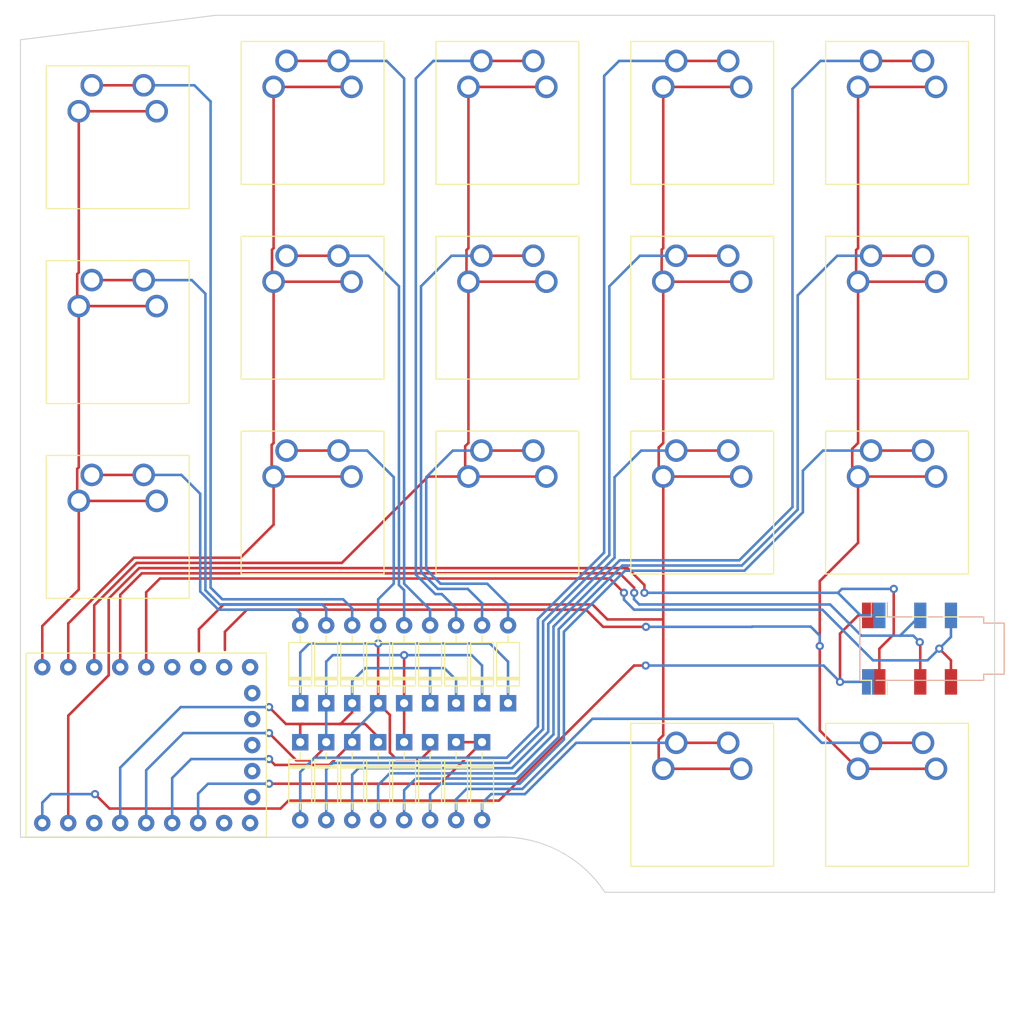
<source format=kicad_pcb>
(kicad_pcb (version 20211014) (generator pcbnew)
  (layers (0 "F.Cu" signal) (31 "B.Cu" signal) (34 "B.Paste" user) (35 "F.Paste" user) (36 "B.SilkS" user "B.Silkscreen") (37 "F.SilkS" user "F.Silkscreen") (38 "B.Mask" user) (39 "F.Mask" user) (44 "Edge.Cuts" user))
  (net 0 "")
  (net 1 "COL0")
  (net 2 "Net-(D1-Pad2)")
  (net 3 "COL1")
  (net 4 "Net-(D2-Pad2)")
  (net 5 "COL2")
  (net 6 "Net-(D3-Pad2)")
  (net 7 "Net-(D4-Pad2)")
  (net 8 "Net-(D5-Pad2)")
  (net 9 "Net-(D6-Pad2)")
  (net 10 "Net-(D7-Pad2)")
  (net 11 "Net-(D8-Pad2)")
  (net 12 "Net-(D9-Pad2)")
  (net 13 "Net-(D10-Pad2)")
  (net 14 "Net-(D11-Pad2)")
  (net 15 "Net-(D12-Pad2)")
  (net 16 "COL3")
  (net 17 "Net-(D13-Pad2)")
  (net 18 "Net-(D14-Pad2)")
  (net 19 "Net-(D15-Pad2)")
  (net 20 "Net-(D16-Pad2)")
  (net 21 "Net-(D17-Pad2)")
  (net 22 "SPI0_TX")
  (net 23 "SPI0_RX")
  (net 24 "+5V")
  (net 25 "Earth")
  (net 26 "ROW0")
  (net 27 "ROW1")
  (net 30 "ROW2")
  (net 31 "ROW3")
  (net 32 "ROW4")
  (footprint "Diode_THT:D_DO-35_SOD27_P7.62mm_Horizontal" (layer "F.Cu") (at 101.981 142.494 -90)
    (fp_text reference "D16" hide)
    (fp_text value "1N4148" hide)
  )
  (footprint "Diode_THT:D_DO-35_SOD27_P7.62mm_Horizontal" (layer "F.Cu") (at 91.821 138.684 90)
    (fp_text reference "D2" hide)
    (fp_text value "1N4148" hide)
  )
  (footprint "Diode_THT:D_DO-35_SOD27_P7.62mm_Horizontal" (layer "F.Cu") (at 99.441 142.494 -90)
    (fp_text reference "D15" hide)
    (fp_text value "1N4148" hide)
  )
  (footprint "moonkey:Cherry_1u_rev" (layer "F.Cu") (at 150.1775 94.9325)
    (fp_text reference "SW15" hide)
    (fp_text value "SW_Push" hide)
  )
  (footprint "Diode_THT:D_DO-35_SOD27_P7.62mm_Horizontal" (layer "F.Cu") (at 104.521 138.684 90)
    (fp_text reference "D7" hide)
    (fp_text value "1N4148" hide)
  )
  (footprint "moonkey:Cherry_1u_rev" (layer "F.Cu") (at 131.1275 113.9825)
    (fp_text reference "SW12" hide)
    (fp_text value "SW_Push" hide)
  )
  (footprint "moonkey:RP2040" (layer "F.Cu") (at 85.96875 151.78 90)
    (fp_text reference "RZ1" hide)
    (fp_text value "RP2040-Zero" hide)
  )
  (footprint "moonkey:Cherry_1u_rev" (layer "F.Cu") (at 93.0275 75.8825)
    (fp_text reference "SW4" hide)
    (fp_text value "SW_Push" hide)
  )
  (footprint "moonkey:Cherry_1u_rev" (layer "F.Cu") (at 131.1275 142.5575)
    (fp_text reference "SW13" hide)
    (fp_text value "SW_Push" hide)
  )
  (footprint "Diode_THT:D_DO-35_SOD27_P7.62mm_Horizontal" (layer "F.Cu") (at 94.361 142.494 -90)
    (fp_text reference "D12" hide)
    (fp_text value "1N4148" hide)
  )
  (footprint "Diode_THT:D_DO-35_SOD27_P7.62mm_Horizontal" (layer "F.Cu") (at 99.441 138.684 90)
    (fp_text reference "D5" hide)
    (fp_text value "1N4148" hide)
  )
  (footprint "Diode_THT:D_DO-35_SOD27_P7.62mm_Horizontal" (layer "F.Cu") (at 89.281 138.684 90)
    (fp_text reference "D3" hide)
    (fp_text value "1N4148" hide)
  )
  (footprint "moonkey:Cherry_1u_rev" (layer "F.Cu") (at 131.1275 94.9325)
    (fp_text reference "SW11" hide)
    (fp_text value "SW_Push" hide)
  )
  (footprint "moonkey:Cherry_1u_rev" (layer "F.Cu") (at 112.0775 113.9825)
    (fp_text reference "SW9" hide)
    (fp_text value "SW_Push" hide)
  )
  (footprint "Diode_THT:D_DO-35_SOD27_P7.62mm_Horizontal" (layer "F.Cu") (at 107.061 138.684 90)
    (fp_text reference "D8" hide)
    (fp_text value "1N4148" hide)
  )
  (footprint "Diode_THT:D_DO-35_SOD27_P7.62mm_Horizontal" (layer "F.Cu") (at 109.601 138.684 90)
    (fp_text reference "D9" hide)
    (fp_text value "1N4148" hide)
  )
  (footprint "moonkey:Cherry_1u_rev" (layer "F.Cu") (at 112.0775 75.8825)
    (fp_text reference "SW7" hide)
    (fp_text value "SW_Push" hide)
  )
  (footprint "Diode_THT:D_DO-35_SOD27_P7.62mm_Horizontal" (layer "F.Cu") (at 94.361 138.684 90)
    (fp_text reference "D1" hide)
    (fp_text value "1N4148" hide)
  )
  (footprint "moonkey:Cherry_1u_rev" (layer "F.Cu") (at 93.0275 94.9325)
    (fp_text reference "SW5" hide)
    (fp_text value "SW_Push" hide)
  )
  (footprint "moonkey:Cherry_1u_rev" (layer "F.Cu") (at 73.9775 116.36375)
    (fp_text reference "SW3" hide)
    (fp_text value "SW_Push" hide)
  )
  (footprint "Diode_THT:D_DO-35_SOD27_P7.62mm_Horizontal" (layer "F.Cu") (at 104.521 142.494 -90)
    (fp_text reference "D17" hide)
    (fp_text value "1N4148" hide)
  )
  (footprint "Diode_THT:D_DO-35_SOD27_P7.62mm_Horizontal" (layer "F.Cu") (at 101.981 138.684 90)
    (fp_text reference "D4" hide)
    (fp_text value "1N4148" hide)
  )
  (footprint "moonkey:Cherry_1u_rev" (layer "F.Cu") (at 93.0275 113.9825)
    (fp_text reference "SW6" hide)
    (fp_text value "SW_Push" hide)
  )
  (footprint "Diode_THT:D_DO-35_SOD27_P7.62mm_Horizontal" (layer "F.Cu") (at 96.901 138.684 90)
    (fp_text reference "D6" hide)
    (fp_text value "1N4148" hide)
  )
  (footprint "moonkey:Cherry_1u_rev" (layer "F.Cu") (at 112.0775 94.9325)
    (fp_text reference "SW8" hide)
    (fp_text value "SW_Push" hide)
  )
  (footprint "moonkey:Cherry_1u_rev" (layer "F.Cu") (at 131.1275 75.8825)
    (fp_text reference "SW10" hide)
    (fp_text value "SW_Push" hide)
  )
  (footprint "moonkey:Cherry_1u_rev" (layer "F.Cu") (at 150.1775 75.8825)
    (fp_text reference "SW14" hide)
    (fp_text value "SW_Push" hide)
  )
  (footprint "moonkey:Cherry_1u_rev" (layer "F.Cu") (at 73.9775 97.31375)
    (fp_text reference "SW2" hide)
    (fp_text value "SW_Push" hide)
  )
  (footprint "Diode_THT:D_DO-35_SOD27_P7.62mm_Horizontal" (layer "F.Cu") (at 96.901 142.494 -90)
    (fp_text reference "D14" hide)
    (fp_text value "1N4148" hide)
  )
  (footprint "moonkey:Cherry_1u_rev" (layer "F.Cu") (at 73.9775 78.26375)
    (fp_text reference "SW1" hide)
    (fp_text value "SW_Push" hide)
  )
  (footprint "Diode_THT:D_DO-35_SOD27_P7.62mm_Horizontal" (layer "F.Cu") (at 89.281 142.494 -90)
    (fp_text reference "D10" hide)
    (fp_text value "1N4148" hide)
  )
  (footprint "Diode_THT:D_DO-35_SOD27_P7.62mm_Horizontal" (layer "F.Cu") (at 91.821 142.494 -90)
    (fp_text reference "D11" hide)
    (fp_text value "1N4148" hide)
  )
  (footprint "moonkey:Cherry_1u_rev" (layer "F.Cu") (at 150.1775 142.5575)
    (fp_text reference "SW17" hide)
    (fp_text value "SW_Push" hide)
  )
  (footprint "moonkey:Cherry_1u_rev" (layer "F.Cu") (at 150.1775 113.9825)
    (fp_text reference "SW16" hide)
    (fp_text value "SW_Push" hide)
  )
  (footprint "Diode_THT:D_DO-35_SOD27_P7.62mm_Horizontal" (layer "F.Cu") (at 107.061 142.494 -90)
    (fp_text reference "D13" hide)
    (fp_text value "1N4148" hide)
  )
  (footprint "moonkey:PJ320D_rev" (layer "B.Cu") (at 149.733 133.35 180)
    (fp_text reference "J1" hide)
    (fp_text value "AudioJack4" hide)
  )
  (gr_line (start 61.9252 151.7904) (end 108.3056 151.7904) (layer "Edge.Cuts") (width 0.1))
  (gr_line (start 157.1752 157.1752) (end 157.1752 71.4248) (layer "Edge.Cuts") (width 0.1))
  (gr_arc (start 108.3056 151.790401) (mid 114.410458 153.042683) (end 119.075199 157.1752) (layer "Edge.Cuts") (width 0.1))
  (gr_line (start 80.9752 71.4248) (end 61.9252 73.8124) (layer "Edge.Cuts") (width 0.1))
  (gr_line (start 157.1752 71.4248) (end 80.9752 71.4248) (layer "Edge.Cuts") (width 0.1))
  (gr_line (start 119.0752 157.1752) (end 157.1752 157.1752) (layer "Edge.Cuts") (width 0.1))
  (gr_line (start 61.9252 73.8124) (end 61.9252 151.7904) (layer "Edge.Cuts") (width 0.1))
  (segment (start 90.17 140.716) (end 93.091 140.716) (width 0.25) (layer "F.Cu") (net 1))
  (segment (start 89.154 140.716) (end 89.535 140.716) (width 0.25) (layer "F.Cu") (net 1))
  (segment (start 96.901 141.986) (end 95.631 140.716) (width 0.25) (layer "F.Cu") (net 1))
  (segment (start 89.281 140.843) (end 89.408 140.716) (width 0.25) (layer "F.Cu") (net 1))
  (segment (start 94.361 139.573) (end 94.361 138.684) (width 0.25) (layer "F.Cu") (net 1))
  (segment (start 89.408 140.716) (end 89.535 140.716) (width 0.25) (layer "F.Cu") (net 1))
  (segment (start 89.281 142.494) (end 89.281 140.843) (width 0.25) (layer "F.Cu") (net 1))
  (segment (start 93.091 140.716) (end 93.218 140.716) (width 0.25) (layer "F.Cu") (net 1))
  (segment (start 95.631 140.716) (end 93.091 140.716) (width 0.25) (layer "F.Cu") (net 1))
  (segment (start 86.233 139.065) (end 87.884 140.716) (width 0.25) (layer "F.Cu") (net 1))
  (segment (start 87.884 140.716) (end 89.154 140.716) (width 0.25) (layer "F.Cu") (net 1))
  (segment (start 96.901 142.494) (end 96.901 141.986) (width 0.25) (layer "F.Cu") (net 1))
  (segment (start 89.535 140.716) (end 90.17 140.716) (width 0.25) (layer "F.Cu") (net 1))
  (segment (start 93.218 140.716) (end 94.361 139.573) (width 0.25) (layer "F.Cu") (net 1))
  (segment (start 89.281 140.843) (end 89.154 140.716) (width 0.25) (layer "F.Cu") (net 1))
  (via (at 86.233 139.065) (size 0.8) (drill 0.4) (layers "F.Cu" "B.Cu") (net 1))
  (segment (start 94.361 136.525) (end 95.631 135.255) (width 0.25) (layer "B.Cu") (net 1))
  (segment (start 94.361 138.684) (end 94.361 136.525) (width 0.25) (layer "B.Cu") (net 1))
  (segment (start 95.631 135.255) (end 101.981 135.255) (width 0.25) (layer "B.Cu") (net 1))
  (segment (start 86.233 139.065) (end 77.597 139.065) (width 0.25) (layer "B.Cu") (net 1))
  (segment (start 103.378 135.255) (end 104.521 136.398) (width 0.25) (layer "B.Cu") (net 1))
  (segment (start 101.981 138.684) (end 101.981 135.255) (width 0.25) (layer "B.Cu") (net 1))
  (segment (start 77.597 139.065) (end 71.67875 144.98325) (width 0.25) (layer "B.Cu") (net 1))
  (segment (start 101.981 135.255) (end 103.378 135.255) (width 0.25) (layer "B.Cu") (net 1))
  (segment (start 104.521 136.398) (end 104.521 138.684) (width 0.25) (layer "B.Cu") (net 1))
  (segment (start 71.67875 144.98325) (end 71.67875 150.4) (width 0.25) (layer "B.Cu") (net 1))
  (segment (start 68.8975 78.26375) (end 73.9775 78.26375) (width 0.25) (layer "F.Cu") (net 2))
  (segment (start 80.518 127.381) (end 80.518 79.85125) (width 0.25) (layer "B.Cu") (net 2))
  (segment (start 78.9305 78.26375) (end 80.518 79.85125) (width 0.25) (layer "B.Cu") (net 2))
  (segment (start 93.472 128.524) (end 94.361 129.413) (width 0.25) (layer "B.Cu") (net 2))
  (segment (start 73.9775 78.26375) (end 78.9305 78.26375) (width 0.25) (layer "B.Cu") (net 2))
  (segment (start 81.661 128.524) (end 93.472 128.524) (width 0.25) (layer "B.Cu") (net 2))
  (segment (start 94.361 129.413) (end 94.361 131.064) (width 0.25) (layer "B.Cu") (net 2))
  (segment (start 81.661 128.524) (end 80.518 127.381) (width 0.25) (layer "B.Cu") (net 2))
  (segment (start 99.441 142.494) (end 99.441 138.684) (width 0.25) (layer "F.Cu") (net 3))
  (segment (start 86.233 141.605) (end 88.9 144.272) (width 0.25) (layer "F.Cu") (net 3))
  (segment (start 90.424 144.272) (end 91.821 142.875) (width 0.25) (layer "F.Cu") (net 3))
  (segment (start 91.821 142.875) (end 91.821 142.494) (width 0.25) (layer "F.Cu") (net 3))
  (segment (start 99.441 138.684) (end 99.441 133.985) (width 0.25) (layer "F.Cu") (net 3))
  (segment (start 88.9 144.272) (end 90.424 144.272) (width 0.25) (layer "F.Cu") (net 3))
  (via (at 86.233 141.605) (size 0.8) (drill 0.4) (layers "F.Cu" "B.Cu") (net 3))
  (via (at 99.441 133.985) (size 0.8) (drill 0.4) (layers "F.Cu" "B.Cu") (net 3))
  (segment (start 91.821 138.684) (end 91.821 134.62) (width 0.25) (layer "B.Cu") (net 3))
  (segment (start 91.821 134.62) (end 92.456 133.985) (width 0.25) (layer "B.Cu") (net 3))
  (segment (start 77.851 141.605) (end 74.21875 145.23725) (width 0.25) (layer "B.Cu") (net 3))
  (segment (start 107.061 135.001) (end 107.061 138.684) (width 0.25) (layer "B.Cu") (net 3))
  (segment (start 74.21875 145.23725) (end 74.21875 150.4) (width 0.25) (layer "B.Cu") (net 3))
  (segment (start 106.045 133.985) (end 107.061 135.001) (width 0.25) (layer "B.Cu") (net 3))
  (segment (start 86.233 141.605) (end 77.851 141.605) (width 0.25) (layer "B.Cu") (net 3))
  (segment (start 92.456 133.985) (end 106.045 133.985) (width 0.25) (layer "B.Cu") (net 3))
  (segment (start 91.821 138.684) (end 91.821 142.494) (width 0.25) (layer "B.Cu") (net 3))
  (segment (start 68.8975 97.31375) (end 73.9775 97.31375) (width 0.25) (layer "F.Cu") (net 4))
  (segment (start 91.821 129.413) (end 91.44 129.032) (width 0.25) (layer "B.Cu") (net 4))
  (segment (start 80.01 127.633604) (end 80.01 98.64725) (width 0.25) (layer "B.Cu") (net 4))
  (segment (start 81.408396 129.032) (end 80.01 127.633604) (width 0.25) (layer "B.Cu") (net 4))
  (segment (start 91.44 129.032) (end 81.408396 129.032) (width 0.25) (layer "B.Cu") (net 4))
  (segment (start 78.6765 97.31375) (end 73.9775 97.31375) (width 0.25) (layer "B.Cu") (net 4))
  (segment (start 80.01 98.64725) (end 78.6765 97.31375) (width 0.25) (layer "B.Cu") (net 4))
  (segment (start 91.821 131.064) (end 91.821 129.413) (width 0.25) (layer "B.Cu") (net 4))
  (segment (start 86.81 144.722) (end 92.133 144.722) (width 0.25) (layer "F.Cu") (net 5))
  (segment (start 92.133 144.722) (end 94.361 142.494) (width 0.25) (layer "F.Cu") (net 5))
  (segment (start 86.233 144.145) (end 86.81 144.722) (width 0.25) (layer "F.Cu") (net 5))
  (segment (start 98.044 143.51) (end 98.044 139.827) (width 0.25) (layer "F.Cu") (net 5))
  (segment (start 101.981 142.494) (end 101.981 143.256) (width 0.25) (layer "F.Cu") (net 5))
  (segment (start 101.981 143.256) (end 101.092 144.145) (width 0.25) (layer "F.Cu") (net 5))
  (segment (start 98.044 139.827) (end 96.901 138.684) (width 0.25) (layer "F.Cu") (net 5))
  (segment (start 101.092 144.145) (end 98.679 144.145) (width 0.25) (layer "F.Cu") (net 5))
  (segment (start 98.679 144.145) (end 98.044 143.51) (width 0.25) (layer "F.Cu") (net 5))
  (segment (start 96.901 138.684) (end 96.901 132.842) (width 0.25) (layer "F.Cu") (net 5))
  (via (at 86.233 144.145) (size 0.8) (drill 0.4) (layers "F.Cu" "B.Cu") (net 5))
  (via (at 96.901 132.842) (size 0.8) (drill 0.4) (layers "F.Cu" "B.Cu") (net 5))
  (segment (start 89.281 138.684) (end 89.281 133.731) (width 0.25) (layer "B.Cu") (net 5))
  (segment (start 90.17 132.842) (end 107.823 132.842) (width 0.25) (layer "B.Cu") (net 5))
  (segment (start 78.613 144.145) (end 76.75875 145.99925) (width 0.25) (layer "B.Cu") (net 5))
  (segment (start 96.901 139.065) (end 94.361 141.605) (width 0.25) (layer "B.Cu") (net 5))
  (segment (start 109.601 134.62) (end 109.601 138.684) (width 0.25) (layer "B.Cu") (net 5))
  (segment (start 94.361 141.605) (end 94.361 142.494) (width 0.25) (layer "B.Cu") (net 5))
  (segment (start 96.901 138.684) (end 96.901 139.065) (width 0.25) (layer "B.Cu") (net 5))
  (segment (start 107.823 132.842) (end 109.601 134.62) (width 0.25) (layer "B.Cu") (net 5))
  (segment (start 89.281 133.731) (end 90.17 132.842) (width 0.25) (layer "B.Cu") (net 5))
  (segment (start 76.75875 145.99925) (end 76.75875 150.4) (width 0.25) (layer "B.Cu") (net 5))
  (segment (start 86.233 144.145) (end 78.613 144.145) (width 0.25) (layer "B.Cu") (net 5))
  (segment (start 73.9775 116.36375) (end 68.8975 116.36375) (width 0.25) (layer "F.Cu") (net 6))
  (segment (start 79.502 127.762) (end 81.28 129.54) (width 0.25) (layer "B.Cu") (net 6))
  (segment (start 88.9 129.54) (end 89.281 129.921) (width 0.25) (layer "B.Cu") (net 6))
  (segment (start 81.28 129.54) (end 88.9 129.54) (width 0.25) (layer "B.Cu") (net 6))
  (segment (start 89.281 129.921) (end 89.281 131.064) (width 0.25) (layer "B.Cu") (net 6))
  (segment (start 77.6605 116.36375) (end 79.502 118.20525) (width 0.25) (layer "B.Cu") (net 6))
  (segment (start 79.502 118.20525) (end 79.502 127.762) (width 0.25) (layer "B.Cu") (net 6))
  (segment (start 73.9775 116.36375) (end 77.6605 116.36375) (width 0.25) (layer "B.Cu") (net 6))
  (segment (start 87.9475 75.8825) (end 93.0275 75.8825) (width 0.25) (layer "F.Cu") (net 7))
  (segment (start 99.441 77.597) (end 99.441 127) (width 0.25) (layer "B.Cu") (net 7))
  (segment (start 99.441 127) (end 101.981 129.54) (width 0.25) (layer "B.Cu") (net 7))
  (segment (start 93.0275 75.8825) (end 97.7265 75.8825) (width 0.25) (layer "B.Cu") (net 7))
  (segment (start 101.981 129.54) (end 101.981 131.064) (width 0.25) (layer "B.Cu") (net 7))
  (segment (start 97.7265 75.8825) (end 99.441 77.597) (width 0.25) (layer "B.Cu") (net 7))
  (segment (start 87.9475 94.9325) (end 93.0275 94.9325) (width 0.25) (layer "F.Cu") (net 8))
  (segment (start 93.0275 94.9325) (end 95.9485 94.9325) (width 0.25) (layer "B.Cu") (net 8))
  (segment (start 98.933 97.917) (end 98.933 127.128396) (width 0.25) (layer "B.Cu") (net 8))
  (segment (start 99.441 127.636396) (end 99.441 131.064) (width 0.25) (layer "B.Cu") (net 8))
  (segment (start 98.933 127.128396) (end 99.441 127.636396) (width 0.25) (layer "B.Cu") (net 8))
  (segment (start 95.9485 94.9325) (end 98.933 97.917) (width 0.25) (layer "B.Cu") (net 8))
  (segment (start 87.9475 113.9825) (end 93.0275 113.9825) (width 0.25) (layer "F.Cu") (net 9))
  (segment (start 95.8215 113.9825) (end 98.425 116.586) (width 0.25) (layer "B.Cu") (net 9))
  (segment (start 98.425 116.586) (end 98.425 127) (width 0.25) (layer "B.Cu") (net 9))
  (segment (start 98.425 127) (end 96.901 128.524) (width 0.25) (layer "B.Cu") (net 9))
  (segment (start 96.901 128.524) (end 96.901 131.064) (width 0.25) (layer "B.Cu") (net 9))
  (segment (start 93.0275 113.9825) (end 95.8215 113.9825) (width 0.25) (layer "B.Cu") (net 9))
  (segment (start 106.9975 75.8825) (end 112.0775 75.8825) (width 0.25) (layer "F.Cu") (net 10))
  (segment (start 102.2985 75.8825) (end 100.584 77.597) (width 0.25) (layer "B.Cu") (net 10))
  (segment (start 102.489 128.016) (end 103.124 128.016) (width 0.25) (layer "B.Cu") (net 10))
  (segment (start 100.584 126.111) (end 102.489 128.016) (width 0.25) (layer "B.Cu") (net 10))
  (segment (start 100.584 77.597) (end 100.584 126.111) (width 0.25) (layer "B.Cu") (net 10))
  (segment (start 106.9975 75.8825) (end 102.2985 75.8825) (width 0.25) (layer "B.Cu") (net 10))
  (segment (start 104.521 129.413) (end 104.521 131.064) (width 0.25) (layer "B.Cu") (net 10))
  (segment (start 103.124 128.016) (end 104.521 129.413) (width 0.25) (layer "B.Cu") (net 10))
  (segment (start 106.9975 94.9325) (end 112.0775 94.9325) (width 0.25) (layer "F.Cu") (net 11))
  (segment (start 102.743 127.508) (end 105.664 127.508) (width 0.25) (layer "B.Cu") (net 11))
  (segment (start 105.664 127.508) (end 107.061 128.905) (width 0.25) (layer "B.Cu") (net 11))
  (segment (start 107.061 128.905) (end 107.061 131.064) (width 0.25) (layer "B.Cu") (net 11))
  (segment (start 104.0765 94.9325) (end 101.092 97.917) (width 0.25) (layer "B.Cu") (net 11))
  (segment (start 101.092 97.917) (end 101.092 125.857) (width 0.25) (layer "B.Cu") (net 11))
  (segment (start 106.9975 94.9325) (end 104.0765 94.9325) (width 0.25) (layer "B.Cu") (net 11))
  (segment (start 101.092 125.857) (end 102.743 127.508) (width 0.25) (layer "B.Cu") (net 11))
  (segment (start 106.9975 113.9825) (end 112.0775 113.9825) (width 0.25) (layer "F.Cu") (net 12))
  (segment (start 104.2035 113.9825) (end 101.6 116.586) (width 0.25) (layer "B.Cu") (net 12))
  (segment (start 106.9975 113.9825) (end 104.2035 113.9825) (width 0.25) (layer "B.Cu") (net 12))
  (segment (start 101.6 116.586) (end 101.6 125.603) (width 0.25) (layer "B.Cu") (net 12))
  (segment (start 109.601 129.032) (end 109.601 131.064) (width 0.25) (layer "B.Cu") (net 12))
  (segment (start 107.569 127) (end 109.601 129.032) (width 0.25) (layer "B.Cu") (net 12))
  (segment (start 102.997 127) (end 107.569 127) (width 0.25) (layer "B.Cu") (net 12))
  (segment (start 101.6 125.603) (end 102.997 127) (width 0.25) (layer "B.Cu") (net 12))
  (segment (start 126.0475 75.8825) (end 131.1275 75.8825) (width 0.25) (layer "F.Cu") (net 13))
  (segment (start 118.999 123.952) (end 112.522 130.429) (width 0.25) (layer "B.Cu") (net 13))
  (segment (start 120.4595 75.8825) (end 118.999 77.343) (width 0.25) (layer "B.Cu") (net 13))
  (segment (start 112.522 130.429) (end 112.522 140.97) (width 0.25) (layer "B.Cu") (net 13))
  (segment (start 109.474 144.018) (end 90.678 144.018) (width 0.25) (layer "B.Cu") (net 13))
  (segment (start 112.522 140.97) (end 109.474 144.018) (width 0.25) (layer "B.Cu") (net 13))
  (segment (start 118.999 77.343) (end 118.999 123.952) (width 0.25) (layer "B.Cu") (net 13))
  (segment (start 90.678 144.018) (end 89.281 145.415) (width 0.25) (layer "B.Cu") (net 13))
  (segment (start 126.0475 75.8825) (end 120.4595 75.8825) (width 0.25) (layer "B.Cu") (net 13))
  (segment (start 89.281 145.415) (end 89.281 150.114) (width 0.25) (layer "B.Cu") (net 13))
  (segment (start 126.0475 94.9325) (end 131.1275 94.9325) (width 0.25) (layer "F.Cu") (net 14))
  (segment (start 126.0475 94.9325) (end 122.4915 94.9325) (width 0.25) (layer "B.Cu") (net 14))
  (segment (start 122.4915 94.9325) (end 119.507 97.917) (width 0.25) (layer "B.Cu") (net 14))
  (segment (start 119.507 97.917) (end 119.507 124.206) (width 0.25) (layer "B.Cu") (net 14))
  (segment (start 109.728 144.526) (end 92.456 144.526) (width 0.25) (layer "B.Cu") (net 14))
  (segment (start 113.03 130.683) (end 113.03 141.224) (width 0.25) (layer "B.Cu") (net 14))
  (segment (start 92.456 144.526) (end 91.821 145.161) (width 0.25) (layer "B.Cu") (net 14))
  (segment (start 91.821 145.161) (end 91.821 150.114) (width 0.25) (layer "B.Cu") (net 14))
  (segment (start 119.507 124.206) (end 113.03 130.683) (width 0.25) (layer "B.Cu") (net 14))
  (segment (start 113.03 141.224) (end 109.728 144.526) (width 0.25) (layer "B.Cu") (net 14))
  (segment (start 126.0475 113.9825) (end 131.1275 113.9825) (width 0.25) (layer "F.Cu") (net 15))
  (segment (start 120.015 116.586) (end 120.015 124.46) (width 0.25) (layer "B.Cu") (net 15))
  (segment (start 120.015 124.46) (end 113.538 130.937) (width 0.25) (layer "B.Cu") (net 15))
  (segment (start 122.6185 113.9825) (end 120.015 116.586) (width 0.25) (layer "B.Cu") (net 15))
  (segment (start 94.996 145.034) (end 94.361 145.669) (width 0.25) (layer "B.Cu") (net 15))
  (segment (start 126.0475 113.9825) (end 122.6185 113.9825) (width 0.25) (layer "B.Cu") (net 15))
  (segment (start 113.538 141.478) (end 109.982 145.034) (width 0.25) (layer "B.Cu") (net 15))
  (segment (start 113.538 130.937) (end 113.538 141.478) (width 0.25) (layer "B.Cu") (net 15))
  (segment (start 94.361 145.669) (end 94.361 150.114) (width 0.25) (layer "B.Cu") (net 15))
  (segment (start 109.982 145.034) (end 94.996 145.034) (width 0.25) (layer "B.Cu") (net 15))
  (segment (start 86.233 146.558) (end 102.997 146.558) (width 0.25) (layer "F.Cu") (net 16))
  (segment (start 104.521 142.494) (end 107.061 142.494) (width 0.25) (layer "F.Cu") (net 16))
  (segment (start 102.997 146.558) (end 107.061 142.494) (width 0.25) (layer "F.Cu") (net 16))
  (via (at 86.233 146.558) (size 0.8) (drill 0.4) (layers "F.Cu" "B.Cu") (net 16))
  (segment (start 86.233 146.558) (end 80.264 146.558) (width 0.25) (layer "B.Cu") (net 16))
  (segment (start 80.264 146.558) (end 79.29875 147.52325) (width 0.25) (layer "B.Cu") (net 16))
  (segment (start 79.29875 147.52325) (end 79.29875 150.4) (width 0.25) (layer "B.Cu") (net 16))
  (segment (start 126.0475 142.5575) (end 131.1275 142.5575) (width 0.25) (layer "F.Cu") (net 17))
  (segment (start 111.252 147.574) (end 107.95 147.574) (width 0.25) (layer "B.Cu") (net 17))
  (segment (start 107.061 148.463) (end 107.061 150.114) (width 0.25) (layer "B.Cu") (net 17))
  (segment (start 107.95 147.574) (end 107.061 148.463) (width 0.25) (layer "B.Cu") (net 17))
  (segment (start 116.2685 142.5575) (end 111.252 147.574) (width 0.25) (layer "B.Cu") (net 17))
  (segment (start 126.0475 142.5575) (end 116.2685 142.5575) (width 0.25) (layer "B.Cu") (net 17))
  (segment (start 145.0975 75.8825) (end 150.1775 75.8825) (width 0.25) (layer "F.Cu") (net 18))
  (segment (start 120.523 124.714) (end 114.046 131.191) (width 0.25) (layer "B.Cu") (net 18))
  (segment (start 137.414 78.613) (end 137.414 119.507) (width 0.25) (layer "B.Cu") (net 18))
  (segment (start 114.046 141.732) (end 110.236 145.542) (width 0.25) (layer "B.Cu") (net 18))
  (segment (start 110.236 145.542) (end 98.044 145.542) (width 0.25) (layer "B.Cu") (net 18))
  (segment (start 114.046 131.191) (end 114.046 141.732) (width 0.25) (layer "B.Cu") (net 18))
  (segment (start 132.207 124.714) (end 120.523 124.714) (width 0.25) (layer "B.Cu") (net 18))
  (segment (start 98.044 145.542) (end 96.901 146.685) (width 0.25) (layer "B.Cu") (net 18))
  (segment (start 137.414 119.507) (end 132.207 124.714) (width 0.25) (layer "B.Cu") (net 18))
  (segment (start 140.1445 75.8825) (end 137.414 78.613) (width 0.25) (layer "B.Cu") (net 18))
  (segment (start 145.0975 75.8825) (end 140.1445 75.8825) (width 0.25) (layer "B.Cu") (net 18))
  (segment (start 96.901 146.685) (end 96.901 150.114) (width 0.25) (layer "B.Cu") (net 18))
  (segment (start 145.0975 94.9325) (end 150.1775 94.9325) (width 0.25) (layer "F.Cu") (net 19))
  (segment (start 145.0975 94.9325) (end 141.7955 94.9325) (width 0.25) (layer "B.Cu") (net 19))
  (segment (start 137.922 119.761) (end 132.461 125.222) (width 0.25) (layer "B.Cu") (net 19))
  (segment (start 99.441 147.193) (end 99.441 150.114) (width 0.25) (layer "B.Cu") (net 19))
  (segment (start 137.922 98.806) (end 137.922 119.761) (width 0.25) (layer "B.Cu") (net 19))
  (segment (start 110.49 146.05) (end 100.584 146.05) (width 0.25) (layer "B.Cu") (net 19))
  (segment (start 114.554 141.986) (end 110.49 146.05) (width 0.25) (layer "B.Cu") (net 19))
  (segment (start 132.461 125.222) (end 120.777 125.222) (width 0.25) (layer "B.Cu") (net 19))
  (segment (start 120.777 125.222) (end 114.554 131.445) (width 0.25) (layer "B.Cu") (net 19))
  (segment (start 141.7955 94.9325) (end 137.922 98.806) (width 0.25) (layer "B.Cu") (net 19))
  (segment (start 114.554 131.445) (end 114.554 141.986) (width 0.25) (layer "B.Cu") (net 19))
  (segment (start 100.584 146.05) (end 99.441 147.193) (width 0.25) (layer "B.Cu") (net 19))
  (segment (start 145.0975 113.9825) (end 150.1775 113.9825) (width 0.25) (layer "F.Cu") (net 20))
  (segment (start 138.43 115.951) (end 138.43 120.015) (width 0.25) (layer "B.Cu") (net 20))
  (segment (start 138.43 120.015) (end 132.715 125.73) (width 0.25) (layer "B.Cu") (net 20))
  (segment (start 101.981 147.574) (end 101.981 150.114) (width 0.25) (layer "B.Cu") (net 20))
  (segment (start 132.715 125.73) (end 121.031 125.73) (width 0.25) (layer "B.Cu") (net 20))
  (segment (start 115.062 131.699) (end 115.062 142.24) (width 0.25) (layer "B.Cu") (net 20))
  (segment (start 121.031 125.73) (end 115.062 131.699) (width 0.25) (layer "B.Cu") (net 20))
  (segment (start 110.744 146.558) (end 102.997 146.558) (width 0.25) (layer "B.Cu") (net 20))
  (segment (start 115.062 142.24) (end 110.744 146.558) (width 0.25) (layer "B.Cu") (net 20))
  (segment (start 102.997 146.558) (end 101.981 147.574) (width 0.25) (layer "B.Cu") (net 20))
  (segment (start 140.3985 113.9825) (end 138.43 115.951) (width 0.25) (layer "B.Cu") (net 20))
  (segment (start 145.0975 113.9825) (end 140.3985 113.9825) (width 0.25) (layer "B.Cu") (net 20))
  (segment (start 145.0975 142.5575) (end 150.1775 142.5575) (width 0.25) (layer "F.Cu") (net 21))
  (segment (start 104.521 148.082) (end 104.521 150.114) (width 0.25) (layer "B.Cu") (net 21))
  (segment (start 137.922 140.208) (end 117.856 140.208) (width 0.25) (layer "B.Cu") (net 21))
  (segment (start 117.856 140.208) (end 110.998 147.066) (width 0.25) (layer "B.Cu") (net 21))
  (segment (start 105.537 147.066) (end 104.521 148.082) (width 0.25) (layer "B.Cu") (net 21))
  (segment (start 145.0975 142.5575) (end 140.2715 142.5575) (width 0.25) (layer "B.Cu") (net 21))
  (segment (start 140.2715 142.5575) (end 137.922 140.208) (width 0.25) (layer "B.Cu") (net 21))
  (segment (start 110.998 147.066) (end 105.537 147.066) (width 0.25) (layer "B.Cu") (net 21))
  (segment (start 121.936497 127.889) (end 121.936497 127.397497) (width 0.25) (layer "F.Cu") (net 22))
  (segment (start 120.523 125.984) (end 73.787 125.984) (width 0.25) (layer "F.Cu") (net 22))
  (segment (start 73.787 125.984) (end 71.67875 128.09225) (width 0.25) (layer "F.Cu") (net 22))
  (segment (start 149.908 132.763) (end 149.908 136.6) (width 0.25) (layer "F.Cu") (net 22))
  (segment (start 149.86 132.715) (end 149.908 132.763) (width 0.25) (layer "F.Cu") (net 22))
  (segment (start 121.936497 127.397497) (end 120.523 125.984) (width 0.25) (layer "F.Cu") (net 22))
  (segment (start 71.67875 128.09225) (end 71.67875 135.16) (width 0.25) (layer "F.Cu") (net 22))
  (via (at 121.936497 127.889) (size 0.8) (drill 0.4) (layers "F.Cu" "B.Cu") (net 22))
  (via (at 149.86 132.715) (size 0.8) (drill 0.4) (layers "F.Cu" "B.Cu") (net 22))
  (segment (start 141.097 129.032) (end 144.145 132.08) (width 0.25) (layer "B.Cu") (net 22))
  (segment (start 121.92 127.905497) (end 121.92 128.524) (width 0.25) (layer "B.Cu") (net 22))
  (segment (start 149.225 132.08) (end 147.928 132.08) (width 0.25) (layer "B.Cu") (net 22))
  (segment (start 121.936497 127.889) (end 121.92 127.905497) (width 0.25) (layer "B.Cu") (net 22))
  (segment (start 144.145 132.08) (end 147.928 132.08) (width 0.25) (layer "B.Cu") (net 22))
  (segment (start 122.428 129.032) (end 141.097 129.032) (width 0.25) (layer "B.Cu") (net 22))
  (segment (start 147.928 132.08) (end 149.908 130.1) (width 0.25) (layer "B.Cu") (net 22))
  (segment (start 121.92 128.524) (end 122.428 129.032) (width 0.25) (layer "B.Cu") (net 22))
  (segment (start 149.86 132.715) (end 149.225 132.08) (width 0.25) (layer "B.Cu") (net 22))
  (segment (start 74.21875 135.16) (end 74.21875 127.83825) (width 0.25) (layer "F.Cu") (net 23))
  (segment (start 74.21875 127.83825) (end 75.565 126.492) (width 0.25) (layer "F.Cu") (net 23))
  (segment (start 75.565 126.492) (end 119.539994 126.492) (width 0.25) (layer "F.Cu") (net 23))
  (segment (start 152.908 134.493) (end 152.908 136.6) (width 0.25) (layer "F.Cu") (net 23))
  (segment (start 119.539994 126.492) (end 120.936994 127.889) (width 0.25) (layer "F.Cu") (net 23))
  (segment (start 151.765 133.35) (end 152.908 134.493) (width 0.25) (layer "F.Cu") (net 23))
  (via (at 120.936994 127.889) (size 0.8) (drill 0.4) (layers "F.Cu" "B.Cu") (net 23))
  (via (at 151.765 133.35) (size 0.8) (drill 0.4) (layers "F.Cu" "B.Cu") (net 23))
  (segment (start 140.335 129.54) (end 145.288 134.493) (width 0.25) (layer "B.Cu") (net 23))
  (segment (start 120.936994 127.889) (end 120.936994 128.556994) (width 0.25) (layer "B.Cu") (net 23))
  (segment (start 145.288 134.493) (end 150.622 134.493) (width 0.25) (layer "B.Cu") (net 23))
  (segment (start 151.765 133.35) (end 152.908 132.207) (width 0.25) (layer "B.Cu") (net 23))
  (segment (start 152.908 132.207) (end 152.908 130.1) (width 0.25) (layer "B.Cu") (net 23))
  (segment (start 121.92 129.54) (end 140.335 129.54) (width 0.25) (layer "B.Cu") (net 23))
  (segment (start 150.622 134.493) (end 151.765 133.35) (width 0.25) (layer "B.Cu") (net 23))
  (segment (start 120.936994 128.556994) (end 121.92 129.54) (width 0.25) (layer "B.Cu") (net 23))
  (segment (start 88.138 148.209) (end 87.362 148.985) (width 0.25) (layer "F.Cu") (net 24))
  (segment (start 142.061 131.878) (end 143.839 130.1) (width 0.25) (layer "F.Cu") (net 24))
  (segment (start 70.626 148.985) (end 69.215 147.574) (width 0.25) (layer "F.Cu") (net 24))
  (segment (start 108.712 148.209) (end 88.138 148.209) (width 0.25) (layer "F.Cu") (net 24))
  (segment (start 87.362 148.985) (end 70.626 148.985) (width 0.25) (layer "F.Cu") (net 24))
  (segment (start 143.839 130.1) (end 144.808 130.1) (width 0.25) (layer "F.Cu") (net 24))
  (segment (start 121.92 135.001) (end 108.712 148.209) (width 0.25) (layer "F.Cu") (net 24))
  (segment (start 123.063 135.001) (end 121.92 135.001) (width 0.25) (layer "F.Cu") (net 24))
  (segment (start 142.061 136.6) (end 142.061 131.878) (width 0.25) (layer "F.Cu") (net 24))
  (via (at 142.061 136.6) (size 0.8) (drill 0.4) (layers "F.Cu" "B.Cu") (net 24))
  (via (at 69.215 147.574) (size 0.8) (drill 0.4) (layers "F.Cu" "B.Cu") (net 24))
  (via (at 123.063 135.001) (size 0.8) (drill 0.4) (layers "F.Cu" "B.Cu") (net 24))
  (segment (start 64.05875 148.41225) (end 64.135 148.336) (width 0.25) (layer "B.Cu") (net 24))
  (segment (start 64.05875 150.4) (end 64.05875 148.41225) (width 0.25) (layer "B.Cu") (net 24))
  (segment (start 64.897 147.574) (end 69.215 147.574) (width 0.25) (layer "B.Cu") (net 24))
  (segment (start 142.061 136.6) (end 140.462 135.001) (width 0.25) (layer "B.Cu") (net 24))
  (segment (start 140.462 135.001) (end 123.063 135.001) (width 0.25) (layer "B.Cu") (net 24))
  (segment (start 64.135 148.336) (end 64.897 147.574) (width 0.25) (layer "B.Cu") (net 24))
  (segment (start 142.061 136.6) (end 144.808 136.6) (width 0.25) (layer "B.Cu") (net 24))
  (segment (start 70.55375 135.94825) (end 70.55375 128.45525) (width 0.25) (layer "F.Cu") (net 25))
  (segment (start 147.314008 127.513992) (end 147.32 127.508) (width 0.25) (layer "F.Cu") (net 25))
  (segment (start 118.491 125.476) (end 121.285 125.476) (width 0.25) (layer "F.Cu") (net 25))
  (segment (start 121.285 125.476) (end 122.936 127.127) (width 0.25) (layer "F.Cu") (net 25))
  (segment (start 66.59875 141.68125) (end 66.59875 150.4) (width 0.25) (layer "F.Cu") (net 25))
  (segment (start 70.55375 128.45525) (end 73.533 125.476) (width 0.25) (layer "F.Cu") (net 25))
  (segment (start 70.231 136.271) (end 70.55375 135.94825) (width 0.25) (layer "F.Cu") (net 25))
  (segment (start 73.533 125.476) (end 118.491 125.476) (width 0.25) (layer "F.Cu") (net 25))
  (segment (start 145.908 136.6) (end 145.908 133.359008) (width 0.25) (layer "F.Cu") (net 25))
  (segment (start 145.908 133.359008) (end 147.314008 131.953) (width 0.25) (layer "F.Cu") (net 25))
  (segment (start 66.59875 141.68125) (end 66.59875 139.90325) (width 0.25) (layer "F.Cu") (net 25))
  (segment (start 147.314008 131.953) (end 147.314008 127.513992) (width 0.25) (layer "F.Cu") (net 25))
  (segment (start 122.936 127.127) (end 122.936 127.889) (width 0.25) (layer "F.Cu") (net 25))
  (segment (start 66.59875 139.90325) (end 70.231 136.271) (width 0.25) (layer "F.Cu") (net 25))
  (via (at 122.936 127.889) (size 0.8) (drill 0.4) (layers "F.Cu" "B.Cu") (net 25))
  (via (at 147.32 127.508) (size 0.8) (drill 0.4) (layers "F.Cu" "B.Cu") (net 25))
  (segment (start 144.07 130.1) (end 145.908 130.1) (width 0.25) (layer "B.Cu") (net 25))
  (segment (start 141.859 127.889) (end 144.07 130.1) (width 0.25) (layer "B.Cu") (net 25))
  (segment (start 142.24 127.508) (end 141.859 127.889) (width 0.25) (layer "B.Cu") (net 25))
  (segment (start 147.32 127.508) (end 142.24 127.508) (width 0.25) (layer "B.Cu") (net 25))
  (segment (start 122.936 127.889) (end 141.859 127.889) (width 0.25) (layer "B.Cu") (net 25))
  (segment (start 75.2475 99.85375) (end 67.6275 99.85375) (width 0.25) (layer "F.Cu") (net 26))
  (segment (start 67.4725 115.773495) (end 67.4725 118.74875) (width 0.25) (layer "F.Cu") (net 26))
  (segment (start 67.6275 80.80375) (end 67.6275 96.568495) (width 0.25) (layer "F.Cu") (net 26))
  (segment (start 67.6275 99.85375) (end 67.6275 115.618495) (width 0.25) (layer "F.Cu") (net 26))
  (segment (start 67.6275 96.568495) (end 67.4725 96.723495) (width 0.25) (layer "F.Cu") (net 26))
  (segment (start 67.6275 127.5715) (end 64.05875 131.14025) (width 0.25) (layer "F.Cu") (net 26))
  (segment (start 64.05875 131.14025) (end 64.05875 135.16) (width 0.25) (layer "F.Cu") (net 26))
  (segment (start 67.6275 80.80375) (end 75.2475 80.80375) (width 0.25) (layer "F.Cu") (net 26))
  (segment (start 67.4725 99.69875) (end 67.6275 99.85375) (width 0.25) (layer "F.Cu") (net 26))
  (segment (start 67.4725 96.723495) (end 67.4725 99.69875) (width 0.25) (layer "F.Cu") (net 26))
  (segment (start 67.4725 118.74875) (end 67.6275 118.90375) (width 0.25) (layer "F.Cu") (net 26))
  (segment (start 67.6275 118.90375) (end 67.6275 127.5715) (width 0.25) (layer "F.Cu") (net 26))
  (segment (start 67.6275 118.90375) (end 75.2475 118.90375) (width 0.25) (layer "F.Cu") (net 26))
  (segment (start 67.6275 115.618495) (end 67.4725 115.773495) (width 0.25) (layer "F.Cu") (net 26))
  (segment (start 86.6775 97.4725) (end 86.6775 113.237245) (width 0.25) (layer "F.Cu") (net 27))
  (segment (start 66.59875 130.88625) (end 66.59875 135.16) (width 0.25) (layer "F.Cu") (net 27))
  (segment (start 86.6775 78.4225) (end 86.6775 94.187245) (width 0.25) (layer "F.Cu") (net 27))
  (segment (start 86.6775 121.2215) (end 83.439 124.46) (width 0.25) (layer "F.Cu") (net 27))
  (segment (start 86.6775 94.187245) (end 86.5225 94.342245) (width 0.25) (layer "F.Cu") (net 27))
  (segment (start 86.5225 94.342245) (end 86.5225 97.3175) (width 0.25) (layer "F.Cu") (net 27))
  (segment (start 86.6775 113.237245) (end 86.487 113.427745) (width 0.25) (layer "F.Cu") (net 27))
  (segment (start 94.2975 97.4725) (end 86.6775 97.4725) (width 0.25) (layer "F.Cu") (net 27))
  (segment (start 94.2975 116.5225) (end 86.6775 116.5225) (width 0.25) (layer "F.Cu") (net 27))
  (segment (start 86.487 113.427745) (end 86.487 115.443) (width 0.25) (layer "F.Cu") (net 27))
  (segment (start 73.025 124.46) (end 66.59875 130.88625) (width 0.25) (layer "F.Cu") (net 27))
  (segment (start 83.439 124.46) (end 73.025 124.46) (width 0.25) (layer "F.Cu") (net 27))
  (segment (start 86.5225 97.3175) (end 86.6775 97.4725) (width 0.25) (layer "F.Cu") (net 27))
  (segment (start 94.2975 78.4225) (end 86.6775 78.4225) (width 0.25) (layer "F.Cu") (net 27))
  (segment (start 86.6775 116.5225) (end 86.6775 121.2215) (width 0.25) (layer "F.Cu") (net 27))
  (segment (start 93.345 124.968) (end 73.279 124.968) (width 0.25) (layer "F.Cu") (net 30))
  (segment (start 69.13875 129.10825) (end 69.13875 135.16) (width 0.25) (layer "F.Cu") (net 30))
  (segment (start 101.7905 116.5225) (end 93.345 124.968) (width 0.25) (layer "F.Cu") (net 30))
  (segment (start 73.279 124.968) (end 69.13875 129.10825) (width 0.25) (layer "F.Cu") (net 30))
  (segment (start 105.7275 116.5225) (end 101.7905 116.5225) (width 0.25) (layer "F.Cu") (net 30))
  (segment (start 105.537 97.282) (end 105.7275 97.4725) (width 0.25) (layer "F.Cu") (net 30))
  (segment (start 113.3475 97.4725) (end 105.7275 97.4725) (width 0.25) (layer "F.Cu") (net 30))
  (segment (start 105.7275 94.187245) (end 105.537 94.377745) (width 0.25) (layer "F.Cu") (net 30))
  (segment (start 105.7275 113.237245) (end 105.41 113.554745) (width 0.25) (layer "F.Cu") (net 30))
  (segment (start 105.7275 97.4725) (end 105.7275 113.237245) (width 0.25) (layer "F.Cu") (net 30))
  (segment (start 105.537 94.377745) (end 105.537 97.282) (width 0.25) (layer "F.Cu") (net 30))
  (segment (start 105.41 113.554745) (end 105.41 115.443) (width 0.25) (layer "F.Cu") (net 30))
  (segment (start 113.3475 116.5225) (end 105.7275 116.5225) (width 0.25) (layer "F.Cu") (net 30))
  (segment (start 105.7275 78.4225) (end 113.3475 78.4225) (width 0.25) (layer "F.Cu") (net 30))
  (segment (start 105.7275 78.4225) (end 105.7275 94.187245) (width 0.25) (layer "F.Cu") (net 30))
  (segment (start 132.3975 145.0975) (end 124.7775 145.0975) (width 0.25) (layer "F.Cu") (net 31))
  (segment (start 124.333 116.078) (end 124.7775 116.5225) (width 0.25) (layer "F.Cu") (net 31))
  (segment (start 132.3975 97.4725) (end 124.7775 97.4725) (width 0.25) (layer "F.Cu") (net 31))
  (segment (start 124.7775 78.4225) (end 132.3975 78.4225) (width 0.25) (layer "F.Cu") (net 31))
  (segment (start 117.856 129.032) (end 81.788 129.032) (width 0.25) (layer "F.Cu") (net 31))
  (segment (start 124.7775 141.812245) (end 124.333 142.256745) (width 0.25) (layer "F.Cu") (net 31))
  (segment (start 124.7775 97.4725) (end 124.7775 113.237245) (width 0.25) (layer "F.Cu") (net 31))
  (segment (start 117.856 129.032) (end 119.3165 130.4925) (width 0.25) (layer "F.Cu") (net 31))
  (segment (start 124.333 144.653) (end 124.7775 145.0975) (width 0.25) (layer "F.Cu") (net 31))
  (segment (start 124.7775 113.237245) (end 124.333 113.681745) (width 0.25) (layer "F.Cu") (net 31))
  (segment (start 124.6225 97.3175) (end 124.7775 97.4725) (width 0.25) (layer "F.Cu") (net 31))
  (segment (start 124.333 142.256745) (end 124.333 144.653) (width 0.25) (layer "F.Cu") (net 31))
  (segment (start 124.7775 116.5225) (end 124.7775 130.4925) (width 0.25) (layer "F.Cu") (net 31))
  (segment (start 124.6225 94.342245) (end 124.6225 97.3175) (width 0.25) (layer "F.Cu") (net 31))
  (segment (start 79.375 131.445) (end 79.375 133.604) (width 0.25) (layer "F.Cu") (net 31))
  (segment (start 124.7775 78.4225) (end 124.7775 94.187245) (width 0.25) (layer "F.Cu") (net 31))
  (segment (start 119.3165 130.4925) (end 124.7775 130.4925) (width 0.25) (layer "F.Cu") (net 31))
  (segment (start 124.7775 94.187245) (end 124.6225 94.342245) (width 0.25) (layer "F.Cu") (net 31))
  (segment (start 81.788 129.032) (end 79.375 131.445) (width 0.25) (layer "F.Cu") (net 31))
  (segment (start 124.333 113.681745) (end 124.333 116.078) (width 0.25) (layer "F.Cu") (net 31))
  (segment (start 124.7775 130.4925) (end 124.7775 133.0325) (width 0.25) (layer "F.Cu") (net 31))
  (segment (start 132.3975 116.5225) (end 124.7775 116.5225) (width 0.25) (layer "F.Cu") (net 31))
  (segment (start 124.7775 133.0325) (end 124.7775 141.812245) (width 0.25) (layer "F.Cu") (net 31))
  (segment (start 143.8275 113.237245) (end 143.256 113.808745) (width 0.25) (layer "F.Cu") (net 32))
  (segment (start 84.074 129.54) (end 81.915 131.699) (width 0.25) (layer "F.Cu") (net 32))
  (segment (start 117.221 129.54) (end 84.074 129.54) (width 0.25) (layer "F.Cu") (net 32))
  (segment (start 143.8275 122.9995) (end 143.8275 116.5225) (width 0.25) (layer "F.Cu") (net 32))
  (segment (start 140.081 141.351) (end 140.081 126.746) (width 0.25) (layer "F.Cu") (net 32))
  (segment (start 81.915 131.699) (end 81.915 133.477) (width 0.25) (layer "F.Cu") (net 32))
  (segment (start 151.4475 116.5225) (end 143.8275 116.5225) (width 0.25) (layer "F.Cu") (net 32))
  (segment (start 151.4475 145.0975) (end 143.8275 145.0975) (width 0.25) (layer "F.Cu") (net 32))
  (segment (start 151.4475 97.4725) (end 143.8275 97.4725) (width 0.25) (layer "F.Cu") (net 32))
  (segment (start 143.8275 78.4225) (end 143.8275 94.187245) (width 0.25) (layer "F.Cu") (net 32))
  (segment (start 143.637 97.282) (end 143.8275 97.4725) (width 0.25) (layer "F.Cu") (net 32))
  (segment (start 143.8275 94.187245) (end 143.637 94.377745) (width 0.25) (layer "F.Cu") (net 32))
  (segment (start 143.637 94.377745) (end 143.637 97.282) (width 0.25) (layer "F.Cu") (net 32))
  (segment (start 143.256 115.951) (end 143.8275 116.5225) (width 0.25) (layer "F.Cu") (net 32))
  (segment (start 140.081 126.746) (end 143.8275 122.9995) (width 0.25) (layer "F.Cu") (net 32))
  (segment (start 123.089 131.217) (end 118.898 131.217) (width 0.25) (layer "F.Cu") (net 32))
  (segment (start 143.8275 97.4725) (end 143.8275 113.237245) (width 0.25) (layer "F.Cu") (net 32))
  (segment (start 143.8275 145.0975) (end 140.081 141.351) (width 0.25) (layer "F.Cu") (net 32))
  (segment (start 118.898 131.217) (end 117.221 129.54) (width 0.25) (layer "F.Cu") (net 32))
  (segment (start 143.8275 78.4225) (end 151.4475 78.4225) (width 0.25) (layer "F.Cu") (net 32))
  (segment (start 143.256 113.808745) (end 143.256 115.951) (width 0.25) (layer "F.Cu") (net 32))
  (via (at 140.081 133.096) (size 0.8) (drill 0.4) (layers "F.Cu" "B.Cu") (net 32))
  (via (at 123.089 131.217) (size 0.8) (drill 0.4) (layers "F.Cu" "B.Cu") (net 32))
  (segment (start 123.089 131.217) (end 133.451 131.217) (width 0.25) (layer "B.Cu") (net 32))
  (segment (start 133.477 131.191) (end 139.192 131.191) (width 0.25) (layer "B.Cu") (net 32))
  (segment (start 133.451 131.217) (end 133.477 131.191) (width 0.25) (layer "B.Cu") (net 32))
  (segment (start 140.081 132.08) (end 140.081 133.096) (width 0.25) (layer "B.Cu") (net 32))
  (segment (start 139.192 131.191) (end 140.081 132.08) (width 0.25) (layer "B.Cu") (net 32))
)
</source>
